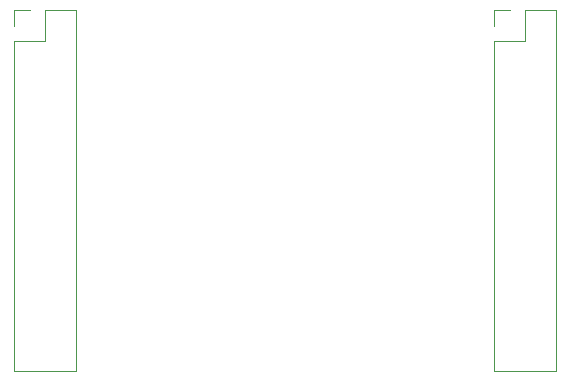
<source format=gbr>
%TF.GenerationSoftware,KiCad,Pcbnew,(6.0.11)*%
%TF.CreationDate,2023-02-23T12:45:07+08:00*%
%TF.ProjectId,nand_programmator,6e616e64-5f70-4726-9f67-72616d6d6174,v3.4*%
%TF.SameCoordinates,Original*%
%TF.FileFunction,Legend,Bot*%
%TF.FilePolarity,Positive*%
%FSLAX46Y46*%
G04 Gerber Fmt 4.6, Leading zero omitted, Abs format (unit mm)*
G04 Created by KiCad (PCBNEW (6.0.11)) date 2023-02-23 12:45:07*
%MOMM*%
%LPD*%
G01*
G04 APERTURE LIST*
%ADD10C,0.120000*%
G04 APERTURE END LIST*
D10*
%TO.C,J8*%
X6230000Y1200000D02*
X1030000Y1200000D01*
X1030000Y29200000D02*
X1030000Y1200000D01*
X6230000Y31800000D02*
X6230000Y1200000D01*
X3630000Y31800000D02*
X3630000Y29200000D01*
X2360000Y31800000D02*
X1030000Y31800000D01*
X6230000Y31800000D02*
X3630000Y31800000D01*
X3630000Y29200000D02*
X1030000Y29200000D01*
X1030000Y31800000D02*
X1030000Y30470000D01*
%TO.C,J9*%
X46870000Y1200000D02*
X41670000Y1200000D01*
X46870000Y31800000D02*
X44270000Y31800000D01*
X41670000Y31800000D02*
X41670000Y30470000D01*
X43000000Y31800000D02*
X41670000Y31800000D01*
X44270000Y31800000D02*
X44270000Y29200000D01*
X44270000Y29200000D02*
X41670000Y29200000D01*
X46870000Y31800000D02*
X46870000Y1200000D01*
X41670000Y29200000D02*
X41670000Y1200000D01*
%TD*%
M02*

</source>
